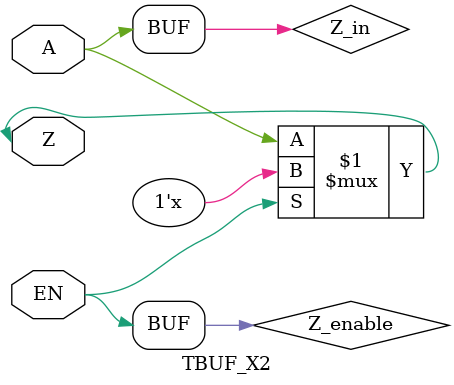
<source format=v>
module TBUF_X2 (A, EN, Z);
  input A;
  input EN;
  inout Z;

  bufif0(Z, Z_in, Z_enable);
  buf(Z_enable, EN);
  buf(Z_in, A);

  specify
    (A => Z) = (0.1, 0.1);
    (EN => Z) = (0.1, 0.1);
  endspecify

endmodule

</source>
